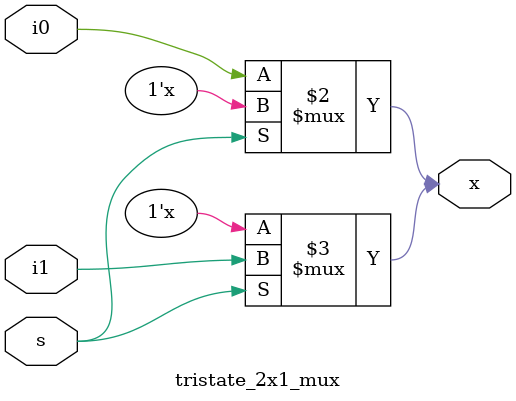
<source format=v>


module tristate_2x1_mux(input i0,i1,s,output x);

bufif1 (x,i0,~s);

bufif1 (x,i1,s);



endmodule


</source>
